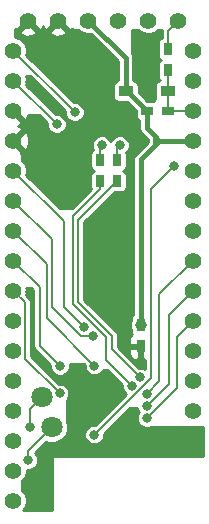
<source format=gbl>
G04 #@! TF.FileFunction,Copper,L2,Bot,Signal*
%FSLAX46Y46*%
G04 Gerber Fmt 4.6, Leading zero omitted, Abs format (unit mm)*
G04 Created by KiCad (PCBNEW 4.0.7) date 01/05/18 23:13:41*
%MOMM*%
%LPD*%
G01*
G04 APERTURE LIST*
%ADD10C,0.100000*%
%ADD11C,0.800000*%
%ADD12R,1.300000X0.950000*%
%ADD13C,1.400000*%
%ADD14C,1.800000*%
%ADD15R,0.800000X1.000000*%
%ADD16R,1.000000X0.800000*%
%ADD17C,1.000000*%
%ADD18C,0.400000*%
%ADD19C,0.200000*%
%ADD20C,0.254000*%
G04 APERTURE END LIST*
D10*
D11*
X135255000Y-126492000D03*
X133985000Y-124460000D03*
X135255000Y-122174000D03*
X138557000Y-105029000D03*
X135001000Y-104394000D03*
X130302000Y-95377000D03*
X140843000Y-94234000D03*
X133477000Y-93218000D03*
X130429000Y-131064000D03*
X131572000Y-130937000D03*
X134366000Y-119634000D03*
X130302000Y-113157000D03*
X130810000Y-101092000D03*
X130810000Y-98806000D03*
X130810000Y-103378000D03*
X135001000Y-101473000D03*
X135128000Y-98679000D03*
X135890000Y-96139000D03*
X132080000Y-94615000D03*
X130556000Y-92964000D03*
X134874000Y-91694000D03*
X137414000Y-94361000D03*
X138684000Y-102870000D03*
X139446000Y-100330000D03*
X136271000Y-106426000D03*
X138557000Y-107569000D03*
X143129000Y-126619000D03*
X135636000Y-124079000D03*
X136652000Y-120142000D03*
X137922000Y-121793000D03*
X133604000Y-120650000D03*
X144272000Y-125730000D03*
X139065000Y-123317000D03*
X137033000Y-125857000D03*
X133096000Y-126492000D03*
X139954000Y-125095000D03*
X139954000Y-126619000D03*
X139446000Y-92710000D03*
X140589000Y-96647000D03*
X140970000Y-91567000D03*
D12*
X138433000Y-96139000D03*
X141983000Y-96139000D03*
D13*
X132715000Y-90170000D03*
X128905000Y-107950000D03*
X128905000Y-105410000D03*
X128905000Y-102870000D03*
X128905000Y-92710000D03*
X128905000Y-95250000D03*
X128905000Y-113030000D03*
X128905000Y-115570000D03*
X128905000Y-118110000D03*
X144145000Y-123190000D03*
X144145000Y-120650000D03*
X144145000Y-115570000D03*
X144145000Y-113030000D03*
X144145000Y-110490000D03*
X128905000Y-123190000D03*
X128905000Y-125730000D03*
X142875000Y-90170000D03*
X128905000Y-97790000D03*
X128905000Y-100330000D03*
X144145000Y-95250000D03*
X130175000Y-90170000D03*
X144145000Y-92710000D03*
X144145000Y-97790000D03*
X137795000Y-90170000D03*
X140335000Y-90170000D03*
X144145000Y-100330000D03*
X135255000Y-90170000D03*
X144145000Y-102870000D03*
X144145000Y-107950000D03*
X128905000Y-110490000D03*
X144145000Y-105410000D03*
X128905000Y-120650000D03*
X144145000Y-118110000D03*
X128905000Y-128270000D03*
X128905000Y-130810000D03*
D14*
X131318000Y-122047000D03*
X132207000Y-124587000D03*
D15*
X139700000Y-115940000D03*
X139700000Y-117740000D03*
X141986000Y-94372000D03*
X141986000Y-92572000D03*
D16*
X140197000Y-97790000D03*
X141997000Y-97790000D03*
D15*
X136271000Y-101970000D03*
X136271000Y-103770000D03*
X137668000Y-101970000D03*
X137668000Y-103770000D03*
D17*
X139700000Y-115940000D03*
D11*
X140208000Y-123825000D03*
X140208000Y-122809000D03*
X134874000Y-116078000D03*
X135628500Y-116875500D03*
X135775000Y-119382900D03*
X134112000Y-97917000D03*
X132588000Y-98933000D03*
X135763000Y-125222000D03*
X142532100Y-102489000D03*
X132829600Y-121731000D03*
X130302000Y-124587000D03*
X130175000Y-127381000D03*
X132852100Y-119412600D03*
X137922000Y-100711000D03*
X136398000Y-100711000D03*
X139646000Y-120365100D03*
X138924900Y-121065500D03*
X140208000Y-121793000D03*
D18*
X138433000Y-96139000D02*
X138546000Y-96139000D01*
X138546000Y-96139000D02*
X140197000Y-97790000D01*
X138433000Y-93348000D02*
X138433000Y-96139000D01*
X138433000Y-93348000D02*
X135255000Y-90170000D01*
X144145000Y-100330000D02*
X141272000Y-100330000D01*
X140197000Y-97790000D02*
X140197000Y-99255100D01*
X140898727Y-99956762D02*
X140898727Y-100703273D01*
X140898727Y-100703273D02*
X140906500Y-100695500D01*
X140197000Y-99255100D02*
X140898727Y-99956762D01*
X140898727Y-99956762D02*
X141272000Y-100330000D01*
X139700000Y-101902000D02*
X140906500Y-100695500D01*
X139700000Y-115940000D02*
X139700000Y-101902000D01*
X140906500Y-100695500D02*
X141272000Y-100330000D01*
D19*
X140208000Y-123825000D02*
X142738700Y-121294300D01*
X142738700Y-121294300D02*
X142738700Y-116976300D01*
X142738700Y-116976300D02*
X144145000Y-115570000D01*
X140208000Y-122809000D02*
X142081400Y-120935600D01*
X142081400Y-120935600D02*
X142081400Y-115093600D01*
X142081400Y-115093600D02*
X144145000Y-113030000D01*
X134874000Y-116078000D02*
X133199400Y-114403400D01*
X133199400Y-114403400D02*
X133199400Y-107164400D01*
X133199400Y-107164400D02*
X128905000Y-102870000D01*
X134638100Y-116875500D02*
X135628500Y-116875500D01*
X132185500Y-114422900D02*
X134638100Y-116875500D01*
X132185500Y-108690500D02*
X132185500Y-114422900D01*
X128905000Y-105410000D02*
X132185500Y-108690500D01*
X131736700Y-115344600D02*
X135775000Y-119382900D01*
X131736700Y-110781700D02*
X131736700Y-115344600D01*
X128905000Y-107950000D02*
X131736700Y-110781700D01*
X134112000Y-97917000D02*
X128905000Y-92710000D01*
X132588000Y-98933000D02*
X128905000Y-95250000D01*
X135779500Y-125222000D02*
X140564700Y-120436800D01*
X135763000Y-125222000D02*
X135779500Y-125222000D01*
X140564700Y-120436800D02*
X140564700Y-104456400D01*
X140564700Y-104456400D02*
X142532100Y-102489000D01*
X141983000Y-96139000D02*
X141983000Y-94375000D01*
X141983000Y-94375000D02*
X141986000Y-94372000D01*
X141997000Y-97790000D02*
X141997000Y-96153000D01*
X141997000Y-96153000D02*
X141983000Y-96139000D01*
X141997000Y-97790000D02*
X144145000Y-97790000D01*
X129905400Y-118806800D02*
X132829600Y-121731000D01*
X129905400Y-114030400D02*
X129905400Y-118806800D01*
X128905000Y-113030000D02*
X129905400Y-114030400D01*
X141986000Y-92572000D02*
X141986000Y-91059000D01*
X141986000Y-91059000D02*
X142875000Y-90170000D01*
X130302000Y-123063000D02*
X131318000Y-122047000D01*
X130302000Y-124587000D02*
X130302000Y-123063000D01*
X130175000Y-127381000D02*
X130175000Y-126619000D01*
X130175000Y-126619000D02*
X132207000Y-124587000D01*
X131141900Y-117702400D02*
X132852100Y-119412600D01*
X131141800Y-117702400D02*
X131141900Y-117702400D01*
X131141800Y-112726800D02*
X131141800Y-117702400D01*
X128905000Y-110490000D02*
X131141800Y-112726800D01*
X137668000Y-101970000D02*
X137668000Y-100965000D01*
X137668000Y-100965000D02*
X137922000Y-100711000D01*
X136271000Y-101970000D02*
X136271000Y-100838000D01*
X136271000Y-100838000D02*
X136398000Y-100711000D01*
X134406200Y-107031800D02*
X137668000Y-103770000D01*
X139646000Y-120365100D02*
X137258500Y-117977600D01*
X137258500Y-117977600D02*
X137258500Y-116859100D01*
X137258500Y-116859100D02*
X134406200Y-114006800D01*
X134406200Y-114006800D02*
X134406200Y-107031800D01*
X133959900Y-114126900D02*
X133959900Y-106705100D01*
X136271000Y-104394000D02*
X136271000Y-103770000D01*
X138924900Y-121065500D02*
X136770500Y-118911100D01*
X136770500Y-118911100D02*
X136770500Y-116937500D01*
X136770500Y-116937500D02*
X133959900Y-114126900D01*
X133959900Y-106705100D02*
X136271000Y-104394000D01*
X141280900Y-120720100D02*
X141280900Y-113354100D01*
X140208000Y-121793000D02*
X141280900Y-120720100D01*
X141280900Y-113354100D02*
X144145000Y-110490000D01*
D20*
G36*
X130614800Y-112945090D02*
X130614800Y-117702400D01*
X130654915Y-117904074D01*
X130769155Y-118075045D01*
X130769456Y-118075246D01*
X132025171Y-119330961D01*
X132024957Y-119576379D01*
X132150595Y-119880446D01*
X132383030Y-120113288D01*
X132686878Y-120239456D01*
X133015879Y-120239743D01*
X133319946Y-120114105D01*
X133552788Y-119881670D01*
X133678956Y-119577822D01*
X133679239Y-119253000D01*
X134899809Y-119253000D01*
X134948071Y-119301262D01*
X134947857Y-119546679D01*
X135073495Y-119850746D01*
X135305930Y-120083588D01*
X135609778Y-120209756D01*
X135938779Y-120210043D01*
X136242846Y-120084405D01*
X136475688Y-119851970D01*
X136513462Y-119761000D01*
X136875110Y-119761000D01*
X138097971Y-120983861D01*
X138097757Y-121229279D01*
X138223395Y-121533346D01*
X138455830Y-121766188D01*
X138479990Y-121776220D01*
X135861125Y-124395085D01*
X135599221Y-124394857D01*
X135295154Y-124520495D01*
X135062312Y-124752930D01*
X134936144Y-125056778D01*
X134935857Y-125385779D01*
X135061495Y-125689846D01*
X135293930Y-125922688D01*
X135597778Y-126048856D01*
X135926779Y-126049143D01*
X136230846Y-125923505D01*
X136463688Y-125691070D01*
X136589856Y-125387222D01*
X136590057Y-125156733D01*
X138810790Y-122936000D01*
X139380889Y-122936000D01*
X139380857Y-122972779D01*
X139506495Y-123276846D01*
X139546445Y-123316866D01*
X139507312Y-123355930D01*
X139381144Y-123659778D01*
X139380857Y-123988779D01*
X139506495Y-124292846D01*
X139738930Y-124525688D01*
X140042778Y-124651856D01*
X140371779Y-124652143D01*
X140529437Y-124587000D01*
X144938000Y-124587000D01*
X144938000Y-127053000D01*
X132325000Y-127053000D01*
X132278841Y-127061685D01*
X132236447Y-127088965D01*
X132208006Y-127130590D01*
X132198000Y-127180000D01*
X132198000Y-131603000D01*
X129705826Y-131603000D01*
X129859867Y-131449228D01*
X130031804Y-131035158D01*
X130032195Y-130586809D01*
X129860981Y-130172440D01*
X129667000Y-129978120D01*
X129667000Y-129101758D01*
X129859867Y-128909228D01*
X130031804Y-128495158D01*
X130032055Y-128207875D01*
X130338779Y-128208143D01*
X130642846Y-128082505D01*
X130875688Y-127850070D01*
X131001856Y-127546222D01*
X131002143Y-127217221D01*
X130876505Y-126913154D01*
X130751430Y-126787860D01*
X131718344Y-125820946D01*
X131941885Y-125913769D01*
X132469798Y-125914229D01*
X132957703Y-125712631D01*
X133331319Y-125339666D01*
X133533769Y-124852115D01*
X133534229Y-124324202D01*
X133477000Y-124185697D01*
X133477000Y-122253265D01*
X133530288Y-122200070D01*
X133656456Y-121896222D01*
X133656743Y-121567221D01*
X133531105Y-121263154D01*
X133298670Y-121030312D01*
X132994822Y-120904144D01*
X132747819Y-120903929D01*
X130432400Y-118588510D01*
X130432400Y-114030400D01*
X130398940Y-113862185D01*
X130392285Y-113828725D01*
X130278045Y-113657755D01*
X129985928Y-113365638D01*
X130031804Y-113255158D01*
X130032195Y-112806809D01*
X130019465Y-112776000D01*
X130445710Y-112776000D01*
X130614800Y-112945090D01*
X130614800Y-112945090D01*
G37*
X130614800Y-112945090D02*
X130614800Y-117702400D01*
X130654915Y-117904074D01*
X130769155Y-118075045D01*
X130769456Y-118075246D01*
X132025171Y-119330961D01*
X132024957Y-119576379D01*
X132150595Y-119880446D01*
X132383030Y-120113288D01*
X132686878Y-120239456D01*
X133015879Y-120239743D01*
X133319946Y-120114105D01*
X133552788Y-119881670D01*
X133678956Y-119577822D01*
X133679239Y-119253000D01*
X134899809Y-119253000D01*
X134948071Y-119301262D01*
X134947857Y-119546679D01*
X135073495Y-119850746D01*
X135305930Y-120083588D01*
X135609778Y-120209756D01*
X135938779Y-120210043D01*
X136242846Y-120084405D01*
X136475688Y-119851970D01*
X136513462Y-119761000D01*
X136875110Y-119761000D01*
X138097971Y-120983861D01*
X138097757Y-121229279D01*
X138223395Y-121533346D01*
X138455830Y-121766188D01*
X138479990Y-121776220D01*
X135861125Y-124395085D01*
X135599221Y-124394857D01*
X135295154Y-124520495D01*
X135062312Y-124752930D01*
X134936144Y-125056778D01*
X134935857Y-125385779D01*
X135061495Y-125689846D01*
X135293930Y-125922688D01*
X135597778Y-126048856D01*
X135926779Y-126049143D01*
X136230846Y-125923505D01*
X136463688Y-125691070D01*
X136589856Y-125387222D01*
X136590057Y-125156733D01*
X138810790Y-122936000D01*
X139380889Y-122936000D01*
X139380857Y-122972779D01*
X139506495Y-123276846D01*
X139546445Y-123316866D01*
X139507312Y-123355930D01*
X139381144Y-123659778D01*
X139380857Y-123988779D01*
X139506495Y-124292846D01*
X139738930Y-124525688D01*
X140042778Y-124651856D01*
X140371779Y-124652143D01*
X140529437Y-124587000D01*
X144938000Y-124587000D01*
X144938000Y-127053000D01*
X132325000Y-127053000D01*
X132278841Y-127061685D01*
X132236447Y-127088965D01*
X132208006Y-127130590D01*
X132198000Y-127180000D01*
X132198000Y-131603000D01*
X129705826Y-131603000D01*
X129859867Y-131449228D01*
X130031804Y-131035158D01*
X130032195Y-130586809D01*
X129860981Y-130172440D01*
X129667000Y-129978120D01*
X129667000Y-129101758D01*
X129859867Y-128909228D01*
X130031804Y-128495158D01*
X130032055Y-128207875D01*
X130338779Y-128208143D01*
X130642846Y-128082505D01*
X130875688Y-127850070D01*
X131001856Y-127546222D01*
X131002143Y-127217221D01*
X130876505Y-126913154D01*
X130751430Y-126787860D01*
X131718344Y-125820946D01*
X131941885Y-125913769D01*
X132469798Y-125914229D01*
X132957703Y-125712631D01*
X133331319Y-125339666D01*
X133533769Y-124852115D01*
X133534229Y-124324202D01*
X133477000Y-124185697D01*
X133477000Y-122253265D01*
X133530288Y-122200070D01*
X133656456Y-121896222D01*
X133656743Y-121567221D01*
X133531105Y-121263154D01*
X133298670Y-121030312D01*
X132994822Y-120904144D01*
X132747819Y-120903929D01*
X130432400Y-118588510D01*
X130432400Y-114030400D01*
X130398940Y-113862185D01*
X130392285Y-113828725D01*
X130278045Y-113657755D01*
X129985928Y-113365638D01*
X130031804Y-113255158D01*
X130032195Y-112806809D01*
X130019465Y-112776000D01*
X130445710Y-112776000D01*
X130614800Y-112945090D01*
G36*
X132908748Y-90155858D02*
X132894605Y-90170000D01*
X133650275Y-90925669D01*
X133876457Y-90866345D01*
X133893965Y-90893553D01*
X133935590Y-90921994D01*
X133985000Y-90932000D01*
X134423242Y-90932000D01*
X134615772Y-91124867D01*
X135029842Y-91296804D01*
X135478191Y-91297195D01*
X135490427Y-91292139D01*
X137806000Y-93607712D01*
X137806000Y-95228635D01*
X137783000Y-95228635D01*
X137624763Y-95258409D01*
X137479433Y-95351927D01*
X137381936Y-95494619D01*
X137347635Y-95664000D01*
X137347635Y-96614000D01*
X137377409Y-96772237D01*
X137470927Y-96917567D01*
X137613619Y-97015064D01*
X137783000Y-97049365D01*
X138569653Y-97049365D01*
X139261635Y-97741347D01*
X139261635Y-98190000D01*
X139291409Y-98348237D01*
X139384927Y-98493567D01*
X139527619Y-98591064D01*
X139570000Y-98599646D01*
X139570000Y-99255100D01*
X139570003Y-99255114D01*
X139570000Y-99255129D01*
X139593655Y-99374019D01*
X139617728Y-99495043D01*
X139617736Y-99495055D01*
X139617739Y-99495069D01*
X139670706Y-99574331D01*
X139753644Y-99698456D01*
X139753658Y-99698465D01*
X139753665Y-99698476D01*
X140271727Y-100216491D01*
X140271727Y-100443561D01*
X139256644Y-101458644D01*
X139120728Y-101662057D01*
X139073000Y-101902000D01*
X139073000Y-115078657D01*
X138996433Y-115127927D01*
X138898936Y-115270619D01*
X138864635Y-115440000D01*
X138864635Y-115534506D01*
X138773161Y-115754799D01*
X138772839Y-116123583D01*
X138864635Y-116345746D01*
X138864635Y-116440000D01*
X138894409Y-116598237D01*
X138956619Y-116694914D01*
X138940301Y-116701673D01*
X138761673Y-116880302D01*
X138665000Y-117113691D01*
X138665000Y-117454250D01*
X138823750Y-117613000D01*
X139573000Y-117613000D01*
X139573000Y-117593000D01*
X139827000Y-117593000D01*
X139827000Y-117613000D01*
X139847000Y-117613000D01*
X139847000Y-117867000D01*
X139827000Y-117867000D01*
X139827000Y-118716250D01*
X139985750Y-118875000D01*
X140037700Y-118875000D01*
X140037700Y-119632285D01*
X139811222Y-119538244D01*
X139564219Y-119538029D01*
X138051940Y-118025750D01*
X138665000Y-118025750D01*
X138665000Y-118366309D01*
X138761673Y-118599698D01*
X138940301Y-118778327D01*
X139173690Y-118875000D01*
X139414250Y-118875000D01*
X139573000Y-118716250D01*
X139573000Y-117867000D01*
X138823750Y-117867000D01*
X138665000Y-118025750D01*
X138051940Y-118025750D01*
X137785500Y-117759310D01*
X137785500Y-116859100D01*
X137745385Y-116657426D01*
X137657556Y-116525981D01*
X137631145Y-116486454D01*
X134933200Y-113788510D01*
X134933200Y-107250090D01*
X137477925Y-104705365D01*
X138068000Y-104705365D01*
X138226237Y-104675591D01*
X138371567Y-104582073D01*
X138469064Y-104439381D01*
X138503365Y-104270000D01*
X138503365Y-103270000D01*
X138473591Y-103111763D01*
X138380073Y-102966433D01*
X138237381Y-102868936D01*
X138236771Y-102868812D01*
X138371567Y-102782073D01*
X138469064Y-102639381D01*
X138503365Y-102470000D01*
X138503365Y-101470000D01*
X138476307Y-101326195D01*
X138622688Y-101180070D01*
X138748856Y-100876222D01*
X138749143Y-100547221D01*
X138623505Y-100243154D01*
X138391070Y-100010312D01*
X138087222Y-99884144D01*
X137758221Y-99883857D01*
X137454154Y-100009495D01*
X137221312Y-100241930D01*
X137160005Y-100389575D01*
X137099505Y-100243154D01*
X136867070Y-100010312D01*
X136563222Y-99884144D01*
X136234221Y-99883857D01*
X135930154Y-100009495D01*
X135697312Y-100241930D01*
X135571144Y-100545778D01*
X135570857Y-100874779D01*
X135662559Y-101096715D01*
X135567433Y-101157927D01*
X135469936Y-101300619D01*
X135435635Y-101470000D01*
X135435635Y-102470000D01*
X135465409Y-102628237D01*
X135558927Y-102773567D01*
X135701619Y-102871064D01*
X135702229Y-102871188D01*
X135567433Y-102957927D01*
X135469936Y-103100619D01*
X135435635Y-103270000D01*
X135435635Y-104270000D01*
X135465409Y-104428237D01*
X135475614Y-104444096D01*
X133874710Y-106045000D01*
X132825290Y-106045000D01*
X129985928Y-103205638D01*
X130031804Y-103095158D01*
X130032195Y-102646809D01*
X129860981Y-102232440D01*
X129667000Y-102038120D01*
X129667000Y-101600000D01*
X129658315Y-101553841D01*
X129631035Y-101511447D01*
X129601411Y-101491206D01*
X129660669Y-101265275D01*
X128905000Y-100509605D01*
X128890858Y-100523748D01*
X128711252Y-100344142D01*
X128725395Y-100330000D01*
X129084605Y-100330000D01*
X129840275Y-101085669D01*
X130076042Y-101023831D01*
X130252419Y-100522878D01*
X130223664Y-99992560D01*
X130076042Y-99636169D01*
X129840275Y-99574331D01*
X129084605Y-100330000D01*
X128725395Y-100330000D01*
X128711252Y-100315858D01*
X128890858Y-100136252D01*
X128905000Y-100150395D01*
X129660669Y-99394725D01*
X129598831Y-99158958D01*
X129340555Y-99068023D01*
X129598831Y-98961042D01*
X129660669Y-98725275D01*
X128905000Y-97969605D01*
X128890858Y-97983748D01*
X128711252Y-97804142D01*
X128725395Y-97790000D01*
X128711252Y-97775858D01*
X128890858Y-97596252D01*
X128905000Y-97610395D01*
X128919142Y-97596252D01*
X129098748Y-97775858D01*
X129084605Y-97790000D01*
X129840275Y-98545669D01*
X130076042Y-98483831D01*
X130186184Y-98171000D01*
X131080709Y-98171000D01*
X131761071Y-98851362D01*
X131760857Y-99096779D01*
X131886495Y-99400846D01*
X132118930Y-99633688D01*
X132422778Y-99759856D01*
X132751779Y-99760143D01*
X133055846Y-99634505D01*
X133288688Y-99402070D01*
X133414856Y-99098222D01*
X133415143Y-98769221D01*
X133289505Y-98465154D01*
X133057070Y-98232312D01*
X132753222Y-98106144D01*
X132506219Y-98105929D01*
X129985929Y-95585638D01*
X130031804Y-95475158D01*
X130032195Y-95026809D01*
X129966990Y-94869000D01*
X130318710Y-94869000D01*
X133285071Y-97835361D01*
X133284857Y-98080779D01*
X133410495Y-98384846D01*
X133642930Y-98617688D01*
X133946778Y-98743856D01*
X134275779Y-98744143D01*
X134579846Y-98618505D01*
X134812688Y-98386070D01*
X134938856Y-98082222D01*
X134939143Y-97753221D01*
X134813505Y-97449154D01*
X134581070Y-97216312D01*
X134277222Y-97090144D01*
X134030219Y-97089929D01*
X129985928Y-93045638D01*
X130031804Y-92935158D01*
X130032195Y-92486809D01*
X129860981Y-92072440D01*
X129544228Y-91755133D01*
X129130158Y-91583196D01*
X129032000Y-91583110D01*
X129032000Y-91105275D01*
X129419331Y-91105275D01*
X129481169Y-91341042D01*
X129982122Y-91517419D01*
X130512440Y-91488664D01*
X130868831Y-91341042D01*
X130930669Y-91105275D01*
X131959331Y-91105275D01*
X132021169Y-91341042D01*
X132522122Y-91517419D01*
X133052440Y-91488664D01*
X133408831Y-91341042D01*
X133470669Y-91105275D01*
X132715000Y-90349605D01*
X131959331Y-91105275D01*
X130930669Y-91105275D01*
X130175000Y-90349605D01*
X129419331Y-91105275D01*
X129032000Y-91105275D01*
X129032000Y-90871186D01*
X129239725Y-90925669D01*
X129995395Y-90170000D01*
X129981252Y-90155858D01*
X130160858Y-89976252D01*
X130175000Y-89990395D01*
X130189142Y-89976252D01*
X130368748Y-90155858D01*
X130354605Y-90170000D01*
X131110275Y-90925669D01*
X131346042Y-90863831D01*
X131436977Y-90605555D01*
X131543958Y-90863831D01*
X131779725Y-90925669D01*
X132535395Y-90170000D01*
X132521252Y-90155858D01*
X132700858Y-89976252D01*
X132715000Y-89990395D01*
X132729142Y-89976252D01*
X132908748Y-90155858D01*
X132908748Y-90155858D01*
G37*
X132908748Y-90155858D02*
X132894605Y-90170000D01*
X133650275Y-90925669D01*
X133876457Y-90866345D01*
X133893965Y-90893553D01*
X133935590Y-90921994D01*
X133985000Y-90932000D01*
X134423242Y-90932000D01*
X134615772Y-91124867D01*
X135029842Y-91296804D01*
X135478191Y-91297195D01*
X135490427Y-91292139D01*
X137806000Y-93607712D01*
X137806000Y-95228635D01*
X137783000Y-95228635D01*
X137624763Y-95258409D01*
X137479433Y-95351927D01*
X137381936Y-95494619D01*
X137347635Y-95664000D01*
X137347635Y-96614000D01*
X137377409Y-96772237D01*
X137470927Y-96917567D01*
X137613619Y-97015064D01*
X137783000Y-97049365D01*
X138569653Y-97049365D01*
X139261635Y-97741347D01*
X139261635Y-98190000D01*
X139291409Y-98348237D01*
X139384927Y-98493567D01*
X139527619Y-98591064D01*
X139570000Y-98599646D01*
X139570000Y-99255100D01*
X139570003Y-99255114D01*
X139570000Y-99255129D01*
X139593655Y-99374019D01*
X139617728Y-99495043D01*
X139617736Y-99495055D01*
X139617739Y-99495069D01*
X139670706Y-99574331D01*
X139753644Y-99698456D01*
X139753658Y-99698465D01*
X139753665Y-99698476D01*
X140271727Y-100216491D01*
X140271727Y-100443561D01*
X139256644Y-101458644D01*
X139120728Y-101662057D01*
X139073000Y-101902000D01*
X139073000Y-115078657D01*
X138996433Y-115127927D01*
X138898936Y-115270619D01*
X138864635Y-115440000D01*
X138864635Y-115534506D01*
X138773161Y-115754799D01*
X138772839Y-116123583D01*
X138864635Y-116345746D01*
X138864635Y-116440000D01*
X138894409Y-116598237D01*
X138956619Y-116694914D01*
X138940301Y-116701673D01*
X138761673Y-116880302D01*
X138665000Y-117113691D01*
X138665000Y-117454250D01*
X138823750Y-117613000D01*
X139573000Y-117613000D01*
X139573000Y-117593000D01*
X139827000Y-117593000D01*
X139827000Y-117613000D01*
X139847000Y-117613000D01*
X139847000Y-117867000D01*
X139827000Y-117867000D01*
X139827000Y-118716250D01*
X139985750Y-118875000D01*
X140037700Y-118875000D01*
X140037700Y-119632285D01*
X139811222Y-119538244D01*
X139564219Y-119538029D01*
X138051940Y-118025750D01*
X138665000Y-118025750D01*
X138665000Y-118366309D01*
X138761673Y-118599698D01*
X138940301Y-118778327D01*
X139173690Y-118875000D01*
X139414250Y-118875000D01*
X139573000Y-118716250D01*
X139573000Y-117867000D01*
X138823750Y-117867000D01*
X138665000Y-118025750D01*
X138051940Y-118025750D01*
X137785500Y-117759310D01*
X137785500Y-116859100D01*
X137745385Y-116657426D01*
X137657556Y-116525981D01*
X137631145Y-116486454D01*
X134933200Y-113788510D01*
X134933200Y-107250090D01*
X137477925Y-104705365D01*
X138068000Y-104705365D01*
X138226237Y-104675591D01*
X138371567Y-104582073D01*
X138469064Y-104439381D01*
X138503365Y-104270000D01*
X138503365Y-103270000D01*
X138473591Y-103111763D01*
X138380073Y-102966433D01*
X138237381Y-102868936D01*
X138236771Y-102868812D01*
X138371567Y-102782073D01*
X138469064Y-102639381D01*
X138503365Y-102470000D01*
X138503365Y-101470000D01*
X138476307Y-101326195D01*
X138622688Y-101180070D01*
X138748856Y-100876222D01*
X138749143Y-100547221D01*
X138623505Y-100243154D01*
X138391070Y-100010312D01*
X138087222Y-99884144D01*
X137758221Y-99883857D01*
X137454154Y-100009495D01*
X137221312Y-100241930D01*
X137160005Y-100389575D01*
X137099505Y-100243154D01*
X136867070Y-100010312D01*
X136563222Y-99884144D01*
X136234221Y-99883857D01*
X135930154Y-100009495D01*
X135697312Y-100241930D01*
X135571144Y-100545778D01*
X135570857Y-100874779D01*
X135662559Y-101096715D01*
X135567433Y-101157927D01*
X135469936Y-101300619D01*
X135435635Y-101470000D01*
X135435635Y-102470000D01*
X135465409Y-102628237D01*
X135558927Y-102773567D01*
X135701619Y-102871064D01*
X135702229Y-102871188D01*
X135567433Y-102957927D01*
X135469936Y-103100619D01*
X135435635Y-103270000D01*
X135435635Y-104270000D01*
X135465409Y-104428237D01*
X135475614Y-104444096D01*
X133874710Y-106045000D01*
X132825290Y-106045000D01*
X129985928Y-103205638D01*
X130031804Y-103095158D01*
X130032195Y-102646809D01*
X129860981Y-102232440D01*
X129667000Y-102038120D01*
X129667000Y-101600000D01*
X129658315Y-101553841D01*
X129631035Y-101511447D01*
X129601411Y-101491206D01*
X129660669Y-101265275D01*
X128905000Y-100509605D01*
X128890858Y-100523748D01*
X128711252Y-100344142D01*
X128725395Y-100330000D01*
X129084605Y-100330000D01*
X129840275Y-101085669D01*
X130076042Y-101023831D01*
X130252419Y-100522878D01*
X130223664Y-99992560D01*
X130076042Y-99636169D01*
X129840275Y-99574331D01*
X129084605Y-100330000D01*
X128725395Y-100330000D01*
X128711252Y-100315858D01*
X128890858Y-100136252D01*
X128905000Y-100150395D01*
X129660669Y-99394725D01*
X129598831Y-99158958D01*
X129340555Y-99068023D01*
X129598831Y-98961042D01*
X129660669Y-98725275D01*
X128905000Y-97969605D01*
X128890858Y-97983748D01*
X128711252Y-97804142D01*
X128725395Y-97790000D01*
X128711252Y-97775858D01*
X128890858Y-97596252D01*
X128905000Y-97610395D01*
X128919142Y-97596252D01*
X129098748Y-97775858D01*
X129084605Y-97790000D01*
X129840275Y-98545669D01*
X130076042Y-98483831D01*
X130186184Y-98171000D01*
X131080709Y-98171000D01*
X131761071Y-98851362D01*
X131760857Y-99096779D01*
X131886495Y-99400846D01*
X132118930Y-99633688D01*
X132422778Y-99759856D01*
X132751779Y-99760143D01*
X133055846Y-99634505D01*
X133288688Y-99402070D01*
X133414856Y-99098222D01*
X133415143Y-98769221D01*
X133289505Y-98465154D01*
X133057070Y-98232312D01*
X132753222Y-98106144D01*
X132506219Y-98105929D01*
X129985929Y-95585638D01*
X130031804Y-95475158D01*
X130032195Y-95026809D01*
X129966990Y-94869000D01*
X130318710Y-94869000D01*
X133285071Y-97835361D01*
X133284857Y-98080779D01*
X133410495Y-98384846D01*
X133642930Y-98617688D01*
X133946778Y-98743856D01*
X134275779Y-98744143D01*
X134579846Y-98618505D01*
X134812688Y-98386070D01*
X134938856Y-98082222D01*
X134939143Y-97753221D01*
X134813505Y-97449154D01*
X134581070Y-97216312D01*
X134277222Y-97090144D01*
X134030219Y-97089929D01*
X129985928Y-93045638D01*
X130031804Y-92935158D01*
X130032195Y-92486809D01*
X129860981Y-92072440D01*
X129544228Y-91755133D01*
X129130158Y-91583196D01*
X129032000Y-91583110D01*
X129032000Y-91105275D01*
X129419331Y-91105275D01*
X129481169Y-91341042D01*
X129982122Y-91517419D01*
X130512440Y-91488664D01*
X130868831Y-91341042D01*
X130930669Y-91105275D01*
X131959331Y-91105275D01*
X132021169Y-91341042D01*
X132522122Y-91517419D01*
X133052440Y-91488664D01*
X133408831Y-91341042D01*
X133470669Y-91105275D01*
X132715000Y-90349605D01*
X131959331Y-91105275D01*
X130930669Y-91105275D01*
X130175000Y-90349605D01*
X129419331Y-91105275D01*
X129032000Y-91105275D01*
X129032000Y-90871186D01*
X129239725Y-90925669D01*
X129995395Y-90170000D01*
X129981252Y-90155858D01*
X130160858Y-89976252D01*
X130175000Y-89990395D01*
X130189142Y-89976252D01*
X130368748Y-90155858D01*
X130354605Y-90170000D01*
X131110275Y-90925669D01*
X131346042Y-90863831D01*
X131436977Y-90605555D01*
X131543958Y-90863831D01*
X131779725Y-90925669D01*
X132535395Y-90170000D01*
X132521252Y-90155858D01*
X132700858Y-89976252D01*
X132715000Y-89990395D01*
X132729142Y-89976252D01*
X132908748Y-90155858D01*
G36*
X139695772Y-91124867D02*
X140109842Y-91296804D01*
X140558191Y-91297195D01*
X140972560Y-91125981D01*
X141166880Y-90932000D01*
X141484261Y-90932000D01*
X141459000Y-91059000D01*
X141459000Y-91660531D01*
X141427763Y-91666409D01*
X141282433Y-91759927D01*
X141184936Y-91902619D01*
X141150635Y-92072000D01*
X141150635Y-93072000D01*
X141180409Y-93230237D01*
X141273927Y-93375567D01*
X141416619Y-93473064D01*
X141417229Y-93473188D01*
X141282433Y-93559927D01*
X141184936Y-93702619D01*
X141150635Y-93872000D01*
X141150635Y-94872000D01*
X141180409Y-95030237D01*
X141273927Y-95175567D01*
X141351595Y-95228635D01*
X141333000Y-95228635D01*
X141174763Y-95258409D01*
X141029433Y-95351927D01*
X140931936Y-95494619D01*
X140897635Y-95664000D01*
X140897635Y-96614000D01*
X140926102Y-96765292D01*
X140730063Y-96961331D01*
X140697000Y-96954635D01*
X140248347Y-96954635D01*
X139518365Y-96224653D01*
X139518365Y-95664000D01*
X139488591Y-95505763D01*
X139395073Y-95360433D01*
X139252381Y-95262936D01*
X139083000Y-95228635D01*
X139060000Y-95228635D01*
X139060000Y-93348000D01*
X139038792Y-93241381D01*
X139012273Y-93108058D01*
X138938000Y-92996901D01*
X138938000Y-90932000D01*
X139503242Y-90932000D01*
X139695772Y-91124867D01*
X139695772Y-91124867D01*
G37*
X139695772Y-91124867D02*
X140109842Y-91296804D01*
X140558191Y-91297195D01*
X140972560Y-91125981D01*
X141166880Y-90932000D01*
X141484261Y-90932000D01*
X141459000Y-91059000D01*
X141459000Y-91660531D01*
X141427763Y-91666409D01*
X141282433Y-91759927D01*
X141184936Y-91902619D01*
X141150635Y-92072000D01*
X141150635Y-93072000D01*
X141180409Y-93230237D01*
X141273927Y-93375567D01*
X141416619Y-93473064D01*
X141417229Y-93473188D01*
X141282433Y-93559927D01*
X141184936Y-93702619D01*
X141150635Y-93872000D01*
X141150635Y-94872000D01*
X141180409Y-95030237D01*
X141273927Y-95175567D01*
X141351595Y-95228635D01*
X141333000Y-95228635D01*
X141174763Y-95258409D01*
X141029433Y-95351927D01*
X140931936Y-95494619D01*
X140897635Y-95664000D01*
X140897635Y-96614000D01*
X140926102Y-96765292D01*
X140730063Y-96961331D01*
X140697000Y-96954635D01*
X140248347Y-96954635D01*
X139518365Y-96224653D01*
X139518365Y-95664000D01*
X139488591Y-95505763D01*
X139395073Y-95360433D01*
X139252381Y-95262936D01*
X139083000Y-95228635D01*
X139060000Y-95228635D01*
X139060000Y-93348000D01*
X139038792Y-93241381D01*
X139012273Y-93108058D01*
X138938000Y-92996901D01*
X138938000Y-90932000D01*
X139503242Y-90932000D01*
X139695772Y-91124867D01*
M02*

</source>
